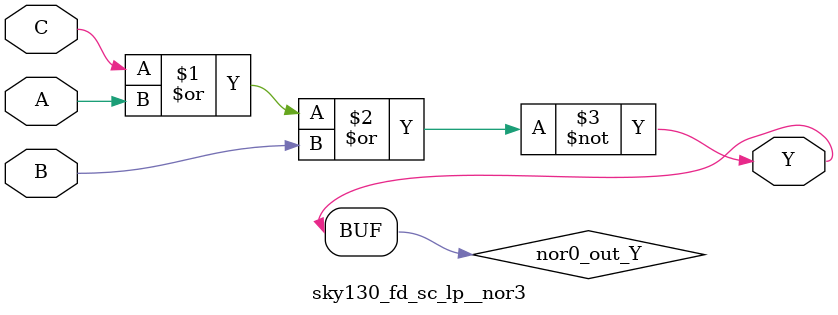
<source format=v>
/*
 * Copyright 2020 The SkyWater PDK Authors
 *
 * Licensed under the Apache License, Version 2.0 (the "License");
 * you may not use this file except in compliance with the License.
 * You may obtain a copy of the License at
 *
 *     https://www.apache.org/licenses/LICENSE-2.0
 *
 * Unless required by applicable law or agreed to in writing, software
 * distributed under the License is distributed on an "AS IS" BASIS,
 * WITHOUT WARRANTIES OR CONDITIONS OF ANY KIND, either express or implied.
 * See the License for the specific language governing permissions and
 * limitations under the License.
 *
 * SPDX-License-Identifier: Apache-2.0
*/


`ifndef SKY130_FD_SC_LP__NOR3_FUNCTIONAL_V
`define SKY130_FD_SC_LP__NOR3_FUNCTIONAL_V

/**
 * nor3: 3-input NOR.
 *
 *       Y = !(A | B | C | !D)
 *
 * Verilog simulation functional model.
 */

`timescale 1ns / 1ps
`default_nettype none

`celldefine
module sky130_fd_sc_lp__nor3 (
    Y,
    A,
    B,
    C
);

    // Module ports
    output Y;
    input  A;
    input  B;
    input  C;

    // Local signals
    wire nor0_out_Y;

    //  Name  Output      Other arguments
    nor nor0 (nor0_out_Y, C, A, B        );
    buf buf0 (Y         , nor0_out_Y     );

endmodule
`endcelldefine

`default_nettype wire
`endif  // SKY130_FD_SC_LP__NOR3_FUNCTIONAL_V
</source>
